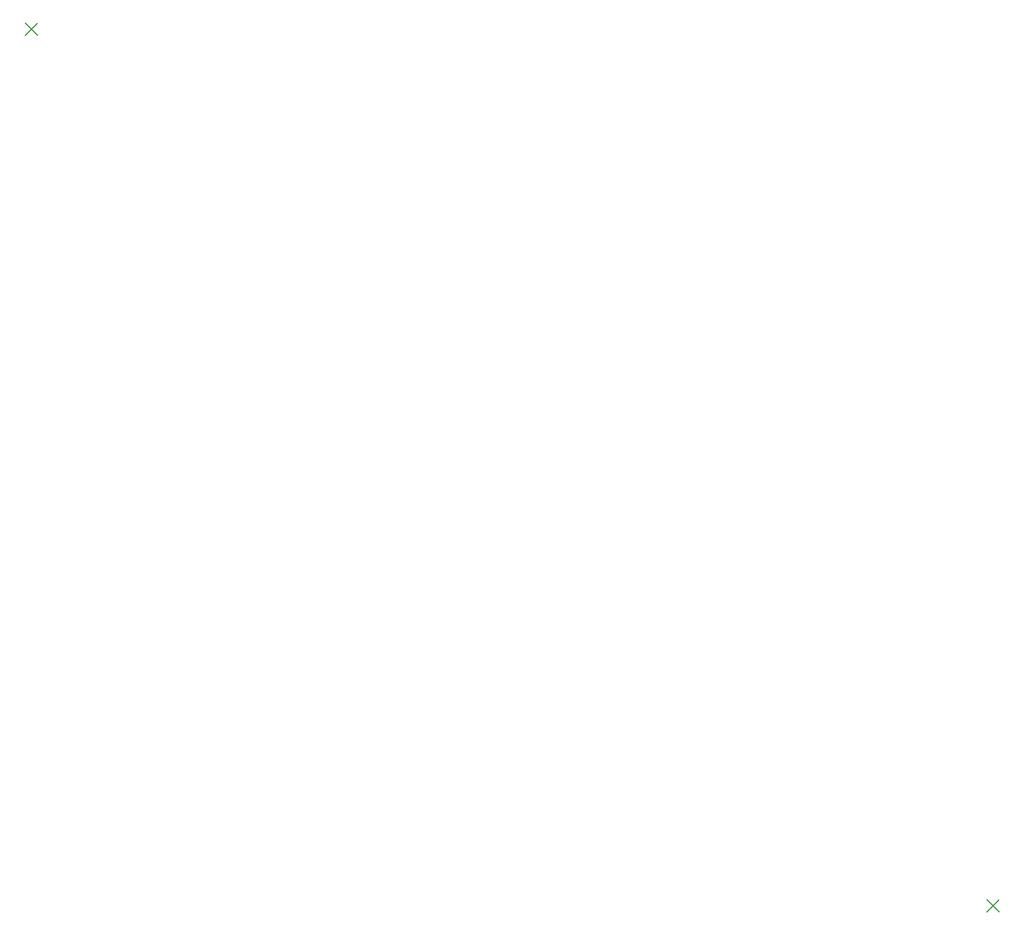
<source format=gbl>
G04 Layer_Physical_Order=2*
G04 Layer_Color=16711680*
%FSLAX25Y25*%
%MOIN*%
G70*
G01*
G75*
%ADD16C,0.00787*%
D16*
X-573750Y533750D02*
X-566250Y526250D01*
X-573750D02*
X-566250Y533750D01*
X-3750Y13750D02*
X3750Y6250D01*
X-3750D02*
X3750Y13750D01*
M02*

</source>
